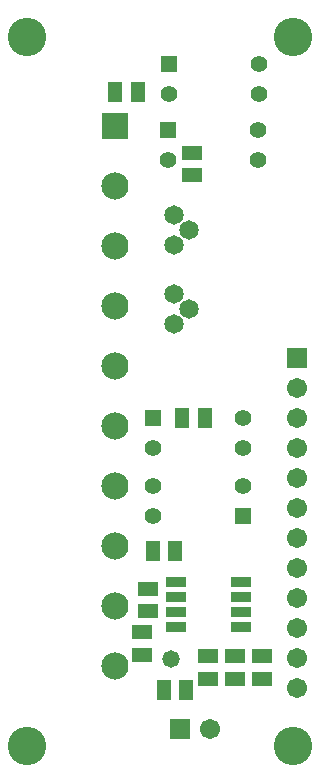
<source format=gbr>
G04*
G04 #@! TF.GenerationSoftware,Altium Limited,Altium Designer,23.0.1 (38)*
G04*
G04 Layer_Color=16711935*
%FSLAX44Y44*%
%MOMM*%
G71*
G04*
G04 #@! TF.SameCoordinates,7BCDEA22-2D04-4257-93D8-CBB99C7658D5*
G04*
G04*
G04 #@! TF.FilePolarity,Negative*
G04*
G01*
G75*
%ADD15R,1.2532X1.6532*%
%ADD16R,1.6532X1.2532*%
%ADD17C,3.2512*%
%ADD18C,1.7032*%
%ADD19R,1.7032X1.7032*%
%ADD20R,2.3032X2.3032*%
%ADD21C,2.3032*%
%ADD22R,1.4032X1.4032*%
%ADD23C,1.4032*%
%ADD24C,1.6432*%
%ADD25R,1.7032X1.7032*%
%ADD26C,1.4732*%
%ADD41R,1.6532X1.2032*%
%ADD42R,1.2032X1.6532*%
%ADD43R,1.7532X0.8532*%
D15*
X156536Y302881D02*
D03*
X175536D02*
D03*
X118852Y578844D02*
D03*
X99852D02*
D03*
X131796Y190077D02*
D03*
X150796D02*
D03*
D16*
X164484Y527307D02*
D03*
Y508307D02*
D03*
D17*
X25000Y25000D02*
D03*
X250000D02*
D03*
Y625000D02*
D03*
X25000D02*
D03*
D18*
X253696Y74087D02*
D03*
Y99487D02*
D03*
Y124887D02*
D03*
Y150287D02*
D03*
Y175687D02*
D03*
Y201087D02*
D03*
Y226487D02*
D03*
Y251887D02*
D03*
Y277287D02*
D03*
Y302687D02*
D03*
Y328087D02*
D03*
X180289Y39098D02*
D03*
D19*
X253696Y353487D02*
D03*
D20*
X100000Y550000D02*
D03*
D21*
Y499200D02*
D03*
Y448400D02*
D03*
Y397600D02*
D03*
Y346800D02*
D03*
Y296000D02*
D03*
Y245200D02*
D03*
Y194400D02*
D03*
Y143600D02*
D03*
Y92800D02*
D03*
D22*
X131900Y302700D02*
D03*
X207966Y219792D02*
D03*
X144819Y546305D02*
D03*
X145403Y602752D02*
D03*
D23*
X131900Y277300D02*
D03*
X208100D02*
D03*
Y302700D02*
D03*
X207966Y245192D02*
D03*
X131766D02*
D03*
Y219792D02*
D03*
X144819Y520905D02*
D03*
X221019D02*
D03*
Y546305D02*
D03*
X145403Y577352D02*
D03*
X221603D02*
D03*
Y602752D02*
D03*
D24*
X150000Y407539D02*
D03*
X162700Y394839D02*
D03*
X150000Y382139D02*
D03*
X150000Y475000D02*
D03*
X162700Y462300D02*
D03*
X150000Y449600D02*
D03*
D25*
X154889Y39098D02*
D03*
D26*
X147000Y99000D02*
D03*
D41*
X127415Y138982D02*
D03*
Y157983D02*
D03*
X122341Y102476D02*
D03*
Y121476D02*
D03*
X178331Y101026D02*
D03*
Y82026D02*
D03*
X201233Y101050D02*
D03*
Y82050D02*
D03*
X223978Y101026D02*
D03*
Y82026D02*
D03*
D42*
X141081Y72870D02*
D03*
X160081D02*
D03*
D43*
X206689Y163932D02*
D03*
Y151232D02*
D03*
Y138532D02*
D03*
Y125832D02*
D03*
X151690D02*
D03*
Y138532D02*
D03*
Y151232D02*
D03*
Y163932D02*
D03*
M02*

</source>
